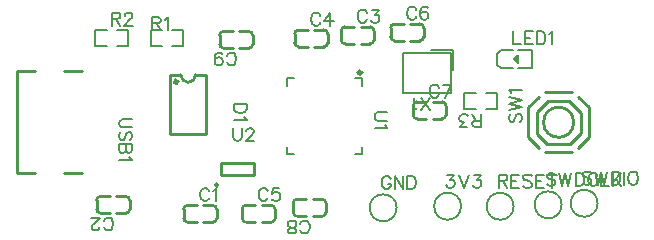
<source format=gto>
G04 Layer: TopSilkscreenLayer*
G04 EasyEDA v6.5.51, 2026-01-01 11:10:02*
G04 c2e0b91a54b643c29b893d635b68bbd8,b0fcb86846164242a958a805a75853bb,10*
G04 Gerber Generator version 0.2*
G04 Scale: 100 percent, Rotated: No, Reflected: No *
G04 Dimensions in millimeters *
G04 leading zeros omitted , absolute positions ,4 integer and 5 decimal *
%FSLAX45Y45*%
%MOMM*%

%ADD10C,0.1524*%
%ADD11C,0.2540*%
%ADD12C,0.1500*%
%ADD13C,0.2000*%
%ADD14C,0.3000*%
%ADD15C,0.2489*%
%ADD16C,0.1520*%
%ADD17C,0.0195*%

%LPD*%
D10*
X4049013Y5030215D02*
G01*
X4106163Y5030215D01*
X4074922Y4988560D01*
X4090670Y4988560D01*
X4100829Y4983479D01*
X4106163Y4978400D01*
X4111243Y4962652D01*
X4111243Y4952237D01*
X4106163Y4936744D01*
X4095750Y4926329D01*
X4080256Y4921250D01*
X4064508Y4921250D01*
X4049013Y4926329D01*
X4043679Y4931410D01*
X4038600Y4941823D01*
X4145534Y5030215D02*
G01*
X4187190Y4921250D01*
X4228845Y5030215D02*
G01*
X4187190Y4921250D01*
X4273550Y5030215D02*
G01*
X4330700Y5030215D01*
X4299458Y4988560D01*
X4314952Y4988560D01*
X4325365Y4983479D01*
X4330700Y4978400D01*
X4335779Y4962652D01*
X4335779Y4952237D01*
X4330700Y4936744D01*
X4320286Y4926329D01*
X4304538Y4921250D01*
X4289043Y4921250D01*
X4273550Y4926329D01*
X4268215Y4931410D01*
X4263136Y4941823D01*
X3570477Y4991607D02*
G01*
X3565143Y5002021D01*
X3554729Y5012436D01*
X3544570Y5017515D01*
X3523741Y5017515D01*
X3513327Y5012436D01*
X3502913Y5002021D01*
X3497579Y4991607D01*
X3492500Y4975860D01*
X3492500Y4949952D01*
X3497579Y4934457D01*
X3502913Y4924044D01*
X3513327Y4913629D01*
X3523741Y4908550D01*
X3544570Y4908550D01*
X3554729Y4913629D01*
X3565143Y4924044D01*
X3570477Y4934457D01*
X3570477Y4949952D01*
X3544570Y4949952D02*
G01*
X3570477Y4949952D01*
X3604768Y5017515D02*
G01*
X3604768Y4908550D01*
X3604768Y5017515D02*
G01*
X3677411Y4908550D01*
X3677411Y5017515D02*
G01*
X3677411Y4908550D01*
X3711702Y5017515D02*
G01*
X3711702Y4908550D01*
X3711702Y5017515D02*
G01*
X3748024Y5017515D01*
X3763772Y5012436D01*
X3774186Y5002021D01*
X3779265Y4991607D01*
X3784600Y4975860D01*
X3784600Y4949952D01*
X3779265Y4934457D01*
X3774186Y4924044D01*
X3763772Y4913629D01*
X3748024Y4908550D01*
X3711702Y4908550D01*
X4483100Y5030215D02*
G01*
X4483100Y4921250D01*
X4483100Y5030215D02*
G01*
X4529836Y5030215D01*
X4545329Y5025136D01*
X4550663Y5019802D01*
X4555743Y5009387D01*
X4555743Y4998973D01*
X4550663Y4988560D01*
X4545329Y4983479D01*
X4529836Y4978400D01*
X4483100Y4978400D01*
X4519422Y4978400D02*
G01*
X4555743Y4921250D01*
X4590034Y5030215D02*
G01*
X4590034Y4921250D01*
X4590034Y5030215D02*
G01*
X4657597Y5030215D01*
X4590034Y4978400D02*
G01*
X4631690Y4978400D01*
X4590034Y4921250D02*
G01*
X4657597Y4921250D01*
X4764786Y5014721D02*
G01*
X4754372Y5025136D01*
X4738624Y5030215D01*
X4718050Y5030215D01*
X4702302Y5025136D01*
X4691888Y5014721D01*
X4691888Y5004307D01*
X4697222Y4993894D01*
X4702302Y4988560D01*
X4712715Y4983479D01*
X4743958Y4973065D01*
X4754372Y4967986D01*
X4759452Y4962652D01*
X4764786Y4952237D01*
X4764786Y4936744D01*
X4754372Y4926329D01*
X4738624Y4921250D01*
X4718050Y4921250D01*
X4702302Y4926329D01*
X4691888Y4936744D01*
X4799075Y5030215D02*
G01*
X4799075Y4921250D01*
X4799075Y5030215D02*
G01*
X4866640Y5030215D01*
X4799075Y4978400D02*
G01*
X4840477Y4978400D01*
X4799075Y4921250D02*
G01*
X4866640Y4921250D01*
X4937252Y5030215D02*
G01*
X4937252Y4921250D01*
X4900929Y5030215D02*
G01*
X4973574Y5030215D01*
X4962143Y5027421D02*
G01*
X4951729Y5037836D01*
X4936236Y5042915D01*
X4915408Y5042915D01*
X4899913Y5037836D01*
X4889500Y5027421D01*
X4889500Y5017007D01*
X4894579Y5006594D01*
X4899913Y5001260D01*
X4910327Y4996179D01*
X4941570Y4985765D01*
X4951729Y4980686D01*
X4957063Y4975352D01*
X4962143Y4964937D01*
X4962143Y4949444D01*
X4951729Y4939029D01*
X4936236Y4933950D01*
X4915408Y4933950D01*
X4899913Y4939029D01*
X4889500Y4949444D01*
X4996434Y5042915D02*
G01*
X5022595Y4933950D01*
X5048504Y5042915D02*
G01*
X5022595Y4933950D01*
X5048504Y5042915D02*
G01*
X5074411Y4933950D01*
X5100320Y5042915D02*
G01*
X5074411Y4933950D01*
X5134609Y5042915D02*
G01*
X5134609Y4933950D01*
X5134609Y5042915D02*
G01*
X5171186Y5042915D01*
X5186679Y5037836D01*
X5197093Y5027421D01*
X5202174Y5017007D01*
X5207508Y5001260D01*
X5207508Y4975352D01*
X5202174Y4959857D01*
X5197093Y4949444D01*
X5186679Y4939029D01*
X5171186Y4933950D01*
X5134609Y4933950D01*
X5319775Y5017007D02*
G01*
X5314441Y5027421D01*
X5304027Y5037836D01*
X5293613Y5042915D01*
X5273040Y5042915D01*
X5262625Y5037836D01*
X5252211Y5027421D01*
X5246877Y5017007D01*
X5241797Y5001260D01*
X5241797Y4975352D01*
X5246877Y4959857D01*
X5252211Y4949444D01*
X5262625Y4939029D01*
X5273040Y4933950D01*
X5293613Y4933950D01*
X5304027Y4939029D01*
X5314441Y4949444D01*
X5319775Y4959857D01*
X5354065Y5042915D02*
G01*
X5354065Y4933950D01*
X5354065Y4933950D02*
G01*
X5416295Y4933950D01*
X5450586Y5042915D02*
G01*
X5450586Y4933950D01*
X5523229Y5042915D02*
G01*
X5450586Y4970271D01*
X5476493Y4996179D02*
G01*
X5523229Y4933950D01*
X5266943Y5040121D02*
G01*
X5256529Y5050536D01*
X5241036Y5055615D01*
X5220208Y5055615D01*
X5204713Y5050536D01*
X5194300Y5040121D01*
X5194300Y5029707D01*
X5199379Y5019294D01*
X5204713Y5013960D01*
X5215127Y5008879D01*
X5246370Y4998465D01*
X5256529Y4993386D01*
X5261863Y4988052D01*
X5266943Y4977637D01*
X5266943Y4962144D01*
X5256529Y4951729D01*
X5241036Y4946650D01*
X5220208Y4946650D01*
X5204713Y4951729D01*
X5194300Y4962144D01*
X5301234Y5055615D02*
G01*
X5327395Y4946650D01*
X5353304Y5055615D02*
G01*
X5327395Y4946650D01*
X5353304Y5055615D02*
G01*
X5379211Y4946650D01*
X5405120Y5055615D02*
G01*
X5379211Y4946650D01*
X5439409Y5055615D02*
G01*
X5439409Y4946650D01*
X5439409Y5055615D02*
G01*
X5475986Y5055615D01*
X5491479Y5050536D01*
X5501893Y5040121D01*
X5506974Y5029707D01*
X5512308Y5013960D01*
X5512308Y4988052D01*
X5506974Y4972557D01*
X5501893Y4962144D01*
X5491479Y4951729D01*
X5475986Y4946650D01*
X5439409Y4946650D01*
X5546597Y5055615D02*
G01*
X5546597Y4946650D01*
X5612129Y5055615D02*
G01*
X5601715Y5050536D01*
X5591302Y5040121D01*
X5585968Y5029707D01*
X5580888Y5013960D01*
X5580888Y4988052D01*
X5585968Y4972557D01*
X5591302Y4962144D01*
X5601715Y4951729D01*
X5612129Y4946650D01*
X5632704Y4946650D01*
X5643118Y4951729D01*
X5653531Y4962144D01*
X5658865Y4972557D01*
X5663945Y4988052D01*
X5663945Y5013960D01*
X5658865Y5029707D01*
X5653531Y5040121D01*
X5643118Y5050536D01*
X5632704Y5055615D01*
X5612129Y5055615D01*
X2033777Y4890007D02*
G01*
X2028443Y4900421D01*
X2018029Y4910836D01*
X2007870Y4915915D01*
X1987041Y4915915D01*
X1976627Y4910836D01*
X1966213Y4900421D01*
X1960879Y4890007D01*
X1955800Y4874260D01*
X1955800Y4848352D01*
X1960879Y4832857D01*
X1966213Y4822444D01*
X1976627Y4812029D01*
X1987041Y4806950D01*
X2007870Y4806950D01*
X2018029Y4812029D01*
X2028443Y4822444D01*
X2033777Y4832857D01*
X2068068Y4895087D02*
G01*
X2078481Y4900421D01*
X2093975Y4915915D01*
X2093975Y4806950D01*
X1141221Y4584192D02*
G01*
X1146555Y4573778D01*
X1156970Y4563363D01*
X1167129Y4558284D01*
X1187957Y4558284D01*
X1198371Y4563363D01*
X1208786Y4573778D01*
X1214120Y4584192D01*
X1219200Y4599939D01*
X1219200Y4625847D01*
X1214120Y4641342D01*
X1208786Y4651755D01*
X1198371Y4662170D01*
X1187957Y4667250D01*
X1167129Y4667250D01*
X1156970Y4662170D01*
X1146555Y4651755D01*
X1141221Y4641342D01*
X1101852Y4584192D02*
G01*
X1101852Y4579112D01*
X1096518Y4568697D01*
X1091437Y4563363D01*
X1081023Y4558284D01*
X1060195Y4558284D01*
X1049781Y4563363D01*
X1044702Y4568697D01*
X1039368Y4579112D01*
X1039368Y4589526D01*
X1044702Y4599939D01*
X1055115Y4615434D01*
X1106931Y4667250D01*
X1034287Y4667250D01*
X3367277Y6401307D02*
G01*
X3361943Y6411721D01*
X3351529Y6422136D01*
X3341370Y6427215D01*
X3320541Y6427215D01*
X3310127Y6422136D01*
X3299713Y6411721D01*
X3294379Y6401307D01*
X3289300Y6385560D01*
X3289300Y6359652D01*
X3294379Y6344157D01*
X3299713Y6333744D01*
X3310127Y6323329D01*
X3320541Y6318250D01*
X3341370Y6318250D01*
X3351529Y6323329D01*
X3361943Y6333744D01*
X3367277Y6344157D01*
X3411981Y6427215D02*
G01*
X3469131Y6427215D01*
X3437890Y6385560D01*
X3453384Y6385560D01*
X3463797Y6380479D01*
X3469131Y6375400D01*
X3474211Y6359652D01*
X3474211Y6349237D01*
X3469131Y6333744D01*
X3458718Y6323329D01*
X3442970Y6318250D01*
X3427475Y6318250D01*
X3411981Y6323329D01*
X3406647Y6328410D01*
X3401568Y6338823D01*
X2973577Y6375907D02*
G01*
X2968243Y6386321D01*
X2957829Y6396736D01*
X2947670Y6401815D01*
X2926841Y6401815D01*
X2916427Y6396736D01*
X2906013Y6386321D01*
X2900679Y6375907D01*
X2895600Y6360160D01*
X2895600Y6334252D01*
X2900679Y6318757D01*
X2906013Y6308344D01*
X2916427Y6297929D01*
X2926841Y6292850D01*
X2947670Y6292850D01*
X2957829Y6297929D01*
X2968243Y6308344D01*
X2973577Y6318757D01*
X3059684Y6401815D02*
G01*
X3007868Y6329171D01*
X3085845Y6329171D01*
X3059684Y6401815D02*
G01*
X3059684Y6292850D01*
X2529077Y4890007D02*
G01*
X2523743Y4900421D01*
X2513329Y4910836D01*
X2503170Y4915915D01*
X2482341Y4915915D01*
X2471927Y4910836D01*
X2461513Y4900421D01*
X2456179Y4890007D01*
X2451100Y4874260D01*
X2451100Y4848352D01*
X2456179Y4832857D01*
X2461513Y4822444D01*
X2471927Y4812029D01*
X2482341Y4806950D01*
X2503170Y4806950D01*
X2513329Y4812029D01*
X2523743Y4822444D01*
X2529077Y4832857D01*
X2625597Y4915915D02*
G01*
X2573781Y4915915D01*
X2568447Y4869179D01*
X2573781Y4874260D01*
X2589275Y4879594D01*
X2604770Y4879594D01*
X2620518Y4874260D01*
X2630931Y4864100D01*
X2636011Y4848352D01*
X2636011Y4837937D01*
X2630931Y4822444D01*
X2620518Y4812029D01*
X2604770Y4806950D01*
X2589275Y4806950D01*
X2573781Y4812029D01*
X2568447Y4817110D01*
X2563368Y4827523D01*
X3786377Y6426707D02*
G01*
X3781043Y6437121D01*
X3770629Y6447536D01*
X3760470Y6452615D01*
X3739641Y6452615D01*
X3729227Y6447536D01*
X3718813Y6437121D01*
X3713479Y6426707D01*
X3708400Y6410960D01*
X3708400Y6385052D01*
X3713479Y6369557D01*
X3718813Y6359144D01*
X3729227Y6348729D01*
X3739641Y6343650D01*
X3760470Y6343650D01*
X3770629Y6348729D01*
X3781043Y6359144D01*
X3786377Y6369557D01*
X3882897Y6437121D02*
G01*
X3877818Y6447536D01*
X3862070Y6452615D01*
X3851909Y6452615D01*
X3836161Y6447536D01*
X3825747Y6431787D01*
X3820668Y6405879D01*
X3820668Y6379971D01*
X3825747Y6359144D01*
X3836161Y6348729D01*
X3851909Y6343650D01*
X3856990Y6343650D01*
X3872484Y6348729D01*
X3882897Y6359144D01*
X3888231Y6374637D01*
X3888231Y6379971D01*
X3882897Y6395465D01*
X3872484Y6405879D01*
X3856990Y6410960D01*
X3851909Y6410960D01*
X3836161Y6405879D01*
X3825747Y6395465D01*
X3820668Y6379971D01*
X3976877Y5766307D02*
G01*
X3971543Y5776721D01*
X3961129Y5787136D01*
X3950970Y5792215D01*
X3930141Y5792215D01*
X3919727Y5787136D01*
X3909313Y5776721D01*
X3903979Y5766307D01*
X3898900Y5750560D01*
X3898900Y5724652D01*
X3903979Y5709157D01*
X3909313Y5698744D01*
X3919727Y5688329D01*
X3930141Y5683250D01*
X3950970Y5683250D01*
X3961129Y5688329D01*
X3971543Y5698744D01*
X3976877Y5709157D01*
X4083811Y5792215D02*
G01*
X4031995Y5683250D01*
X4011168Y5792215D02*
G01*
X4083811Y5792215D01*
X2804922Y4558792D02*
G01*
X2810256Y4548378D01*
X2820670Y4537963D01*
X2830829Y4532884D01*
X2851658Y4532884D01*
X2862072Y4537963D01*
X2872486Y4548378D01*
X2877820Y4558792D01*
X2882900Y4574539D01*
X2882900Y4600447D01*
X2877820Y4615942D01*
X2872486Y4626355D01*
X2862072Y4636770D01*
X2851658Y4641850D01*
X2830829Y4641850D01*
X2820670Y4636770D01*
X2810256Y4626355D01*
X2804922Y4615942D01*
X2744724Y4532884D02*
G01*
X2760218Y4537963D01*
X2765552Y4548378D01*
X2765552Y4558792D01*
X2760218Y4569205D01*
X2749804Y4574539D01*
X2729229Y4579620D01*
X2713481Y4584700D01*
X2703068Y4595113D01*
X2697988Y4605528D01*
X2697988Y4621276D01*
X2703068Y4631689D01*
X2708402Y4636770D01*
X2723895Y4641850D01*
X2744724Y4641850D01*
X2760218Y4636770D01*
X2765552Y4631689D01*
X2770631Y4621276D01*
X2770631Y4605528D01*
X2765552Y4595113D01*
X2755138Y4584700D01*
X2739390Y4579620D01*
X2718815Y4574539D01*
X2708402Y4569205D01*
X2703068Y4558792D01*
X2703068Y4548378D01*
X2708402Y4537963D01*
X2723895Y4532884D01*
X2744724Y4532884D01*
X2182622Y5981192D02*
G01*
X2187956Y5970778D01*
X2198370Y5960363D01*
X2208529Y5955284D01*
X2229358Y5955284D01*
X2239772Y5960363D01*
X2250186Y5970778D01*
X2255520Y5981192D01*
X2260600Y5996939D01*
X2260600Y6022847D01*
X2255520Y6038342D01*
X2250186Y6048755D01*
X2239772Y6059170D01*
X2229358Y6064250D01*
X2208529Y6064250D01*
X2198370Y6059170D01*
X2187956Y6048755D01*
X2182622Y6038342D01*
X2080768Y5991605D02*
G01*
X2086102Y6007100D01*
X2096515Y6017513D01*
X2112009Y6022847D01*
X2117090Y6022847D01*
X2132838Y6017513D01*
X2143252Y6007100D01*
X2148331Y5991605D01*
X2148331Y5986526D01*
X2143252Y5970778D01*
X2132838Y5960363D01*
X2117090Y5955284D01*
X2112009Y5955284D01*
X2096515Y5960363D01*
X2086102Y5970778D01*
X2080768Y5991605D01*
X2080768Y6017513D01*
X2086102Y6043676D01*
X2096515Y6059170D01*
X2112009Y6064250D01*
X2122424Y6064250D01*
X2137918Y6059170D01*
X2143252Y6048755D01*
X2350515Y5626100D02*
G01*
X2241550Y5626100D01*
X2350515Y5626100D02*
G01*
X2350515Y5589778D01*
X2345436Y5574029D01*
X2335022Y5563870D01*
X2324608Y5558536D01*
X2308859Y5553455D01*
X2282952Y5553455D01*
X2267458Y5558536D01*
X2257043Y5563870D01*
X2246629Y5574029D01*
X2241550Y5589778D01*
X2241550Y5626100D01*
X2329688Y5519165D02*
G01*
X2335022Y5508752D01*
X2350515Y5493004D01*
X2241550Y5493004D01*
X4607242Y6242367D02*
G01*
X4607242Y6133401D01*
X4607242Y6133401D02*
G01*
X4669472Y6133401D01*
X4703762Y6242367D02*
G01*
X4703762Y6133401D01*
X4703762Y6242367D02*
G01*
X4771326Y6242367D01*
X4703762Y6190551D02*
G01*
X4745418Y6190551D01*
X4703762Y6133401D02*
G01*
X4771326Y6133401D01*
X4805616Y6242367D02*
G01*
X4805616Y6133401D01*
X4805616Y6242367D02*
G01*
X4842192Y6242367D01*
X4857686Y6237287D01*
X4868100Y6226873D01*
X4873180Y6216459D01*
X4878514Y6200711D01*
X4878514Y6174803D01*
X4873180Y6159309D01*
X4868100Y6148895D01*
X4857686Y6138481D01*
X4842192Y6133401D01*
X4805616Y6133401D01*
X4912804Y6221539D02*
G01*
X4923218Y6226873D01*
X4938712Y6242367D01*
X4938712Y6133401D01*
X1549400Y6363715D02*
G01*
X1549400Y6254750D01*
X1549400Y6363715D02*
G01*
X1596136Y6363715D01*
X1611629Y6358636D01*
X1616963Y6353302D01*
X1622044Y6342887D01*
X1622044Y6332473D01*
X1616963Y6322060D01*
X1611629Y6316979D01*
X1596136Y6311900D01*
X1549400Y6311900D01*
X1585721Y6311900D02*
G01*
X1622044Y6254750D01*
X1656334Y6342887D02*
G01*
X1666747Y6348221D01*
X1682495Y6363715D01*
X1682495Y6254750D01*
X1206500Y6401815D02*
G01*
X1206500Y6292850D01*
X1206500Y6401815D02*
G01*
X1253236Y6401815D01*
X1268729Y6396736D01*
X1274063Y6391402D01*
X1279144Y6380987D01*
X1279144Y6370573D01*
X1274063Y6360160D01*
X1268729Y6355079D01*
X1253236Y6350000D01*
X1206500Y6350000D01*
X1242821Y6350000D02*
G01*
X1279144Y6292850D01*
X1318768Y6375907D02*
G01*
X1318768Y6380987D01*
X1323847Y6391402D01*
X1329181Y6396736D01*
X1339595Y6401815D01*
X1360170Y6401815D01*
X1370584Y6396736D01*
X1375918Y6391402D01*
X1380997Y6380987D01*
X1380997Y6370573D01*
X1375918Y6360160D01*
X1365504Y6344665D01*
X1313434Y6292850D01*
X1386331Y6292850D01*
X4330700Y5434584D02*
G01*
X4330700Y5543550D01*
X4330700Y5434584D02*
G01*
X4283963Y5434584D01*
X4268470Y5439663D01*
X4263136Y5444997D01*
X4258056Y5455412D01*
X4258056Y5465826D01*
X4263136Y5476239D01*
X4268470Y5481320D01*
X4283963Y5486400D01*
X4330700Y5486400D01*
X4294377Y5486400D02*
G01*
X4258056Y5543550D01*
X4213352Y5434584D02*
G01*
X4156202Y5434584D01*
X4187190Y5476239D01*
X4171695Y5476239D01*
X4161281Y5481320D01*
X4156202Y5486400D01*
X4150868Y5502147D01*
X4150868Y5512562D01*
X4156202Y5528055D01*
X4166615Y5538470D01*
X4182109Y5543550D01*
X4197604Y5543550D01*
X4213352Y5538470D01*
X4218431Y5533389D01*
X4223765Y5522976D01*
X4586429Y5546163D02*
G01*
X4576015Y5535749D01*
X4570935Y5520255D01*
X4570935Y5499427D01*
X4576015Y5483933D01*
X4586429Y5473519D01*
X4596843Y5473519D01*
X4607257Y5478599D01*
X4612591Y5483933D01*
X4617671Y5494347D01*
X4628085Y5525589D01*
X4633165Y5535749D01*
X4638499Y5541083D01*
X4648913Y5546163D01*
X4664407Y5546163D01*
X4674821Y5535749D01*
X4679901Y5520255D01*
X4679901Y5499427D01*
X4674821Y5483933D01*
X4664407Y5473519D01*
X4570935Y5580453D02*
G01*
X4679901Y5606615D01*
X4570935Y5632523D02*
G01*
X4679901Y5606615D01*
X4570935Y5632523D02*
G01*
X4679901Y5658431D01*
X4570935Y5684339D02*
G01*
X4679901Y5658431D01*
X4591763Y5718629D02*
G01*
X4586429Y5729043D01*
X4570935Y5744791D01*
X4679901Y5744791D01*
X3542068Y5560110D02*
G01*
X3464090Y5560110D01*
X3448596Y5555030D01*
X3438182Y5544616D01*
X3433102Y5528868D01*
X3433102Y5518454D01*
X3438182Y5502960D01*
X3448596Y5492546D01*
X3464090Y5487466D01*
X3542068Y5487466D01*
X3521240Y5453176D02*
G01*
X3526574Y5442762D01*
X3542068Y5427014D01*
X3433102Y5427014D01*
X2235172Y5423915D02*
G01*
X2235172Y5345937D01*
X2240252Y5330444D01*
X2250666Y5320029D01*
X2266414Y5314950D01*
X2276828Y5314950D01*
X2292322Y5320029D01*
X2302736Y5330444D01*
X2307816Y5345937D01*
X2307816Y5423915D01*
X2347440Y5398007D02*
G01*
X2347440Y5403087D01*
X2352520Y5413502D01*
X2357854Y5418836D01*
X2368268Y5423915D01*
X2388842Y5423915D01*
X2399256Y5418836D01*
X2404590Y5413502D01*
X2409670Y5403087D01*
X2409670Y5392673D01*
X2404590Y5382260D01*
X2394176Y5366765D01*
X2342106Y5314950D01*
X2415004Y5314950D01*
X1377670Y5501990D02*
G01*
X1299692Y5501990D01*
X1284198Y5496910D01*
X1273784Y5486496D01*
X1268704Y5470748D01*
X1268704Y5460334D01*
X1273784Y5444840D01*
X1284198Y5434426D01*
X1299692Y5429346D01*
X1377670Y5429346D01*
X1362176Y5322158D02*
G01*
X1372590Y5332572D01*
X1377670Y5348320D01*
X1377670Y5368894D01*
X1372590Y5384642D01*
X1362176Y5395056D01*
X1351762Y5395056D01*
X1341348Y5389722D01*
X1336014Y5384642D01*
X1330934Y5374228D01*
X1320520Y5342986D01*
X1315440Y5332572D01*
X1310106Y5327492D01*
X1299692Y5322158D01*
X1284198Y5322158D01*
X1273784Y5332572D01*
X1268704Y5348320D01*
X1268704Y5368894D01*
X1273784Y5384642D01*
X1284198Y5395056D01*
X1377670Y5287868D02*
G01*
X1268704Y5287868D01*
X1377670Y5287868D02*
G01*
X1377670Y5241132D01*
X1372590Y5225638D01*
X1367256Y5220304D01*
X1356842Y5215224D01*
X1346428Y5215224D01*
X1336014Y5220304D01*
X1330934Y5225638D01*
X1325854Y5241132D01*
X1325854Y5287868D02*
G01*
X1325854Y5241132D01*
X1320520Y5225638D01*
X1315440Y5220304D01*
X1305026Y5215224D01*
X1289278Y5215224D01*
X1278864Y5220304D01*
X1273784Y5225638D01*
X1268704Y5241132D01*
X1268704Y5287868D01*
X1356842Y5180934D02*
G01*
X1362176Y5170520D01*
X1377670Y5155026D01*
X1268704Y5155026D01*
X3898900Y5574271D02*
G01*
X3826256Y5683237D01*
X3826256Y5574271D02*
G01*
X3898900Y5683237D01*
X3791965Y5595099D02*
G01*
X3781552Y5589765D01*
X3765804Y5574271D01*
X3765804Y5683237D01*
D11*
X1927781Y4628042D02*
G01*
X1847783Y4628042D01*
X1983826Y4627996D02*
G01*
X2063823Y4627996D01*
X1927781Y4770010D02*
G01*
X1847783Y4770010D01*
X1983826Y4769962D02*
G01*
X2063823Y4769962D01*
X1816808Y4659025D02*
G01*
X1816808Y4739030D01*
X2094801Y4738977D02*
G01*
X2094801Y4658974D01*
X1247218Y4846157D02*
G01*
X1327216Y4846157D01*
X1191173Y4846203D02*
G01*
X1111176Y4846203D01*
X1247218Y4704189D02*
G01*
X1327216Y4704189D01*
X1191173Y4704237D02*
G01*
X1111176Y4704237D01*
X1358191Y4815174D02*
G01*
X1358191Y4735169D01*
X1080198Y4735222D02*
G01*
X1080198Y4815225D01*
X3261281Y6139342D02*
G01*
X3181283Y6139342D01*
X3317326Y6139296D02*
G01*
X3397323Y6139296D01*
X3261281Y6281310D02*
G01*
X3181283Y6281310D01*
X3317326Y6281262D02*
G01*
X3397323Y6281262D01*
X3150308Y6170325D02*
G01*
X3150308Y6250330D01*
X3428301Y6250277D02*
G01*
X3428301Y6170274D01*
X2867581Y6113942D02*
G01*
X2787583Y6113942D01*
X2923626Y6113896D02*
G01*
X3003623Y6113896D01*
X2867581Y6255910D02*
G01*
X2787583Y6255910D01*
X2923626Y6255862D02*
G01*
X3003623Y6255862D01*
X2756608Y6144925D02*
G01*
X2756608Y6224930D01*
X3034601Y6224877D02*
G01*
X3034601Y6144874D01*
X2423081Y4628042D02*
G01*
X2343083Y4628042D01*
X2479126Y4627996D02*
G01*
X2559123Y4627996D01*
X2423081Y4770010D02*
G01*
X2343083Y4770010D01*
X2479126Y4769962D02*
G01*
X2559123Y4769962D01*
X2312108Y4659025D02*
G01*
X2312108Y4739030D01*
X2590101Y4738977D02*
G01*
X2590101Y4658974D01*
X3680381Y6164742D02*
G01*
X3600383Y6164742D01*
X3736426Y6164696D02*
G01*
X3816423Y6164696D01*
X3680381Y6306710D02*
G01*
X3600383Y6306710D01*
X3736426Y6306662D02*
G01*
X3816423Y6306662D01*
X3569408Y6195725D02*
G01*
X3569408Y6275730D01*
X3847401Y6275677D02*
G01*
X3847401Y6195674D01*
X3870881Y5504342D02*
G01*
X3790883Y5504342D01*
X3926926Y5504296D02*
G01*
X4006923Y5504296D01*
X3870881Y5646310D02*
G01*
X3790883Y5646310D01*
X3926926Y5646262D02*
G01*
X4006923Y5646262D01*
X3759908Y5535325D02*
G01*
X3759908Y5615330D01*
X4037901Y5615277D02*
G01*
X4037901Y5535274D01*
X2910918Y4820757D02*
G01*
X2990916Y4820757D01*
X2854873Y4820803D02*
G01*
X2774876Y4820803D01*
X2910918Y4678789D02*
G01*
X2990916Y4678789D01*
X2854873Y4678837D02*
G01*
X2774876Y4678837D01*
X3021891Y4789774D02*
G01*
X3021891Y4709769D01*
X2743898Y4709822D02*
G01*
X2743898Y4789825D01*
X2288618Y6243157D02*
G01*
X2368616Y6243157D01*
X2232573Y6243203D02*
G01*
X2152576Y6243203D01*
X2288618Y6101189D02*
G01*
X2368616Y6101189D01*
X2232573Y6101237D02*
G01*
X2152576Y6101237D01*
X2399591Y6212174D02*
G01*
X2399591Y6132169D01*
X2121598Y6132222D02*
G01*
X2121598Y6212225D01*
X1704436Y5376100D02*
G01*
X2002398Y5376100D01*
X1790700Y5876099D02*
G01*
X1704436Y5876099D01*
X1917700Y5876036D02*
G01*
X2002398Y5876036D01*
X1704436Y5876099D02*
G01*
X1704436Y5376100D01*
X2002398Y5876099D02*
G01*
X2002398Y5376100D01*
D12*
X4644842Y5974748D02*
G01*
X4643846Y5974748D01*
X4610841Y6007752D01*
X4644842Y6042751D02*
G01*
X4644842Y6041753D01*
X4610841Y6007752D01*
X4644842Y6042751D02*
G01*
X4644842Y5974748D01*
X4646846Y6082758D02*
G01*
X4761847Y6082758D01*
X4646846Y5932746D02*
G01*
X4761847Y5932746D01*
X4761847Y6082748D02*
G01*
X4761847Y5934755D01*
X4608845Y5932515D02*
G01*
X4503834Y5932515D01*
X4473839Y5972522D02*
G01*
X4473839Y5962520D01*
X4503834Y5932515D01*
X4473839Y6042517D02*
G01*
X4473839Y5972522D01*
X4473839Y6042517D02*
G01*
X4473839Y6052532D01*
X4503834Y6082527D01*
X4608845Y6082527D02*
G01*
X4503834Y6082527D01*
X4644842Y6007752D02*
G01*
X4610841Y6007752D01*
D10*
X1719021Y6118839D02*
G01*
X1814908Y6118839D01*
X1814908Y6250960D01*
X1719021Y6250960D01*
X1633778Y6118839D02*
G01*
X1537891Y6118839D01*
X1537891Y6250960D01*
X1633778Y6250960D01*
X1249121Y6118839D02*
G01*
X1345008Y6118839D01*
X1345008Y6250960D01*
X1249121Y6250960D01*
X1163878Y6118839D02*
G01*
X1067991Y6118839D01*
X1067991Y6250960D01*
X1163878Y6250960D01*
X4288078Y5717560D02*
G01*
X4192191Y5717560D01*
X4192191Y5585439D01*
X4288078Y5585439D01*
X4373321Y5717560D02*
G01*
X4469208Y5717560D01*
X4469208Y5585439D01*
X4373321Y5585439D01*
D11*
X4810996Y5373631D02*
G01*
X4810996Y5563631D01*
X4901176Y5653803D01*
X5081008Y5653803D01*
X5181089Y5553722D01*
X5181089Y5383791D01*
X5090909Y5293611D01*
X4891016Y5293611D01*
X4810996Y5373631D01*
X4736076Y5601220D02*
G01*
X4825593Y5690725D01*
X4874244Y5728731D02*
G01*
X5107922Y5728731D01*
X5156603Y5690725D02*
G01*
X5246108Y5601220D01*
X4874244Y5218691D02*
G01*
X5107922Y5218691D01*
X5156603Y5256700D02*
G01*
X5246108Y5346199D01*
X4736076Y5346199D02*
G01*
X4825593Y5256700D01*
X5246108Y5346199D02*
G01*
X5246108Y5601220D01*
X4736076Y5346199D02*
G01*
X4736076Y5601220D01*
D13*
X3329797Y5264322D02*
G01*
X3329797Y5204325D01*
X3269800Y5204325D01*
X3269800Y5844331D02*
G01*
X3329797Y5844331D01*
X3329797Y5784334D01*
X2689793Y5784334D02*
G01*
X2689793Y5844331D01*
X2749814Y5844331D01*
X2689793Y5264322D02*
G01*
X2689793Y5204325D01*
X2749814Y5204325D01*
D11*
X2414490Y5029962D02*
G01*
X2134582Y5029962D01*
X2134582Y5029962D02*
G01*
X2134582Y5130037D01*
X2414490Y5130037D01*
X2414490Y5029962D01*
X800092Y5044996D02*
G01*
X952492Y5044996D01*
X558792Y5908596D02*
G01*
X406392Y5908596D01*
X406392Y5044996D01*
X558792Y5044996D01*
X952492Y5908596D02*
G01*
X800092Y5908596D01*
D10*
X4076359Y6060648D02*
G01*
X4076359Y5724926D01*
X3670640Y5724926D01*
X3670640Y6060648D01*
X4076359Y6060648D01*
X4099219Y5917788D02*
G01*
X4099219Y6083508D01*
X3913499Y6083508D01*
D11*
G75*
G01*
X2063819Y4769963D02*
G02*
X2094801Y4738977I0J-30983D01*
G75*
G01*
X2094801Y4658980D02*
G02*
X2063819Y4627997I-30982J0D01*
G75*
G01*
X1847789Y4628043D02*
G02*
X1816809Y4659025I3J30982D01*
G75*
G01*
X1816809Y4739023D02*
G02*
X1847789Y4770011I30983J5D01*
G75*
G01*
X1111181Y4704237D02*
G02*
X1080199Y4735223I0J30983D01*
G75*
G01*
X1080199Y4815220D02*
G02*
X1111181Y4846203I30982J0D01*
G75*
G01*
X1327211Y4846157D02*
G02*
X1358191Y4815175I-3J-30982D01*
G75*
G01*
X1358191Y4735177D02*
G02*
X1327211Y4704189I-30983J-5D01*
G75*
G01*
X3397319Y6281263D02*
G02*
X3428301Y6250277I0J-30983D01*
G75*
G01*
X3428301Y6170280D02*
G02*
X3397319Y6139297I-30982J0D01*
G75*
G01*
X3181289Y6139343D02*
G02*
X3150309Y6170325I3J30982D01*
G75*
G01*
X3150309Y6250323D02*
G02*
X3181289Y6281311I30983J5D01*
G75*
G01*
X3003619Y6255863D02*
G02*
X3034601Y6224877I0J-30983D01*
G75*
G01*
X3034601Y6144880D02*
G02*
X3003619Y6113897I-30982J0D01*
G75*
G01*
X2787589Y6113943D02*
G02*
X2756609Y6144925I3J30982D01*
G75*
G01*
X2756609Y6224923D02*
G02*
X2787589Y6255911I30983J5D01*
G75*
G01*
X2559119Y4769963D02*
G02*
X2590101Y4738977I0J-30983D01*
G75*
G01*
X2590101Y4658980D02*
G02*
X2559119Y4627997I-30982J0D01*
G75*
G01*
X2343089Y4628043D02*
G02*
X2312109Y4659025I3J30982D01*
G75*
G01*
X2312109Y4739023D02*
G02*
X2343089Y4770011I30983J5D01*
G75*
G01*
X3816419Y6306663D02*
G02*
X3847401Y6275677I0J-30983D01*
G75*
G01*
X3847401Y6195680D02*
G02*
X3816419Y6164697I-30982J0D01*
G75*
G01*
X3600389Y6164743D02*
G02*
X3569409Y6195725I3J30982D01*
G75*
G01*
X3569409Y6275723D02*
G02*
X3600389Y6306711I30983J5D01*
G75*
G01*
X4006919Y5646263D02*
G02*
X4037901Y5615277I0J-30983D01*
G75*
G01*
X4037901Y5535280D02*
G02*
X4006919Y5504297I-30982J0D01*
G75*
G01*
X3790889Y5504343D02*
G02*
X3759909Y5535325I3J30982D01*
G75*
G01*
X3759909Y5615323D02*
G02*
X3790889Y5646311I30983J5D01*
G75*
G01*
X2774881Y4678837D02*
G02*
X2743899Y4709823I0J30983D01*
G75*
G01*
X2743899Y4789820D02*
G02*
X2774881Y4820803I30982J0D01*
G75*
G01*
X2990911Y4820757D02*
G02*
X3021891Y4789775I-3J-30982D01*
G75*
G01*
X3021891Y4709777D02*
G02*
X2990911Y4678789I-30983J-5D01*
G75*
G01*
X2152581Y6101237D02*
G02*
X2121599Y6132223I0J30983D01*
G75*
G01*
X2121599Y6212220D02*
G02*
X2152581Y6243203I30982J0D01*
G75*
G01*
X2368611Y6243157D02*
G02*
X2399591Y6212175I-3J-30982D01*
G75*
G01*
X2399591Y6132177D02*
G02*
X2368611Y6101189I-30983J-5D01*
G75*
G01*
X1790700Y5876100D02*
G03*
X1917700Y5876036I63500J-32D01*
D14*
G75*
G01*
X3309884Y5879330D02*
G03*
X3309630Y5879330I-127J15001D01*
D15*
G75*
G01*
X2095343Y4927854D02*
G02*
X2095597Y4927854I127J12445D01*
D16*
G75*
G01
X4165600Y4762500D02*
G03X4165600Y4762500I-114300J0D01*
G75*
G01
X3619500Y4749800D02*
G03X3619500Y4749800I-114300J0D01*
G75*
G01
X4610100Y4762500D02*
G03X4610100Y4762500I-114300J0D01*
G75*
G01
X5016500Y4775200D02*
G03X5016500Y4775200I-114300J0D01*
G75*
G01
X5321300Y4787900D02*
G03X5321300Y4787900I-114300J0D01*
D14*
G75*
G01
X1767611Y5816600D02*
G03X1767611Y5816600I-15011J0D01*
D11*
G75*
G01
X5118557Y5473522D02*
G03X5118557Y5473522I-127508J0D01*
M02*

</source>
